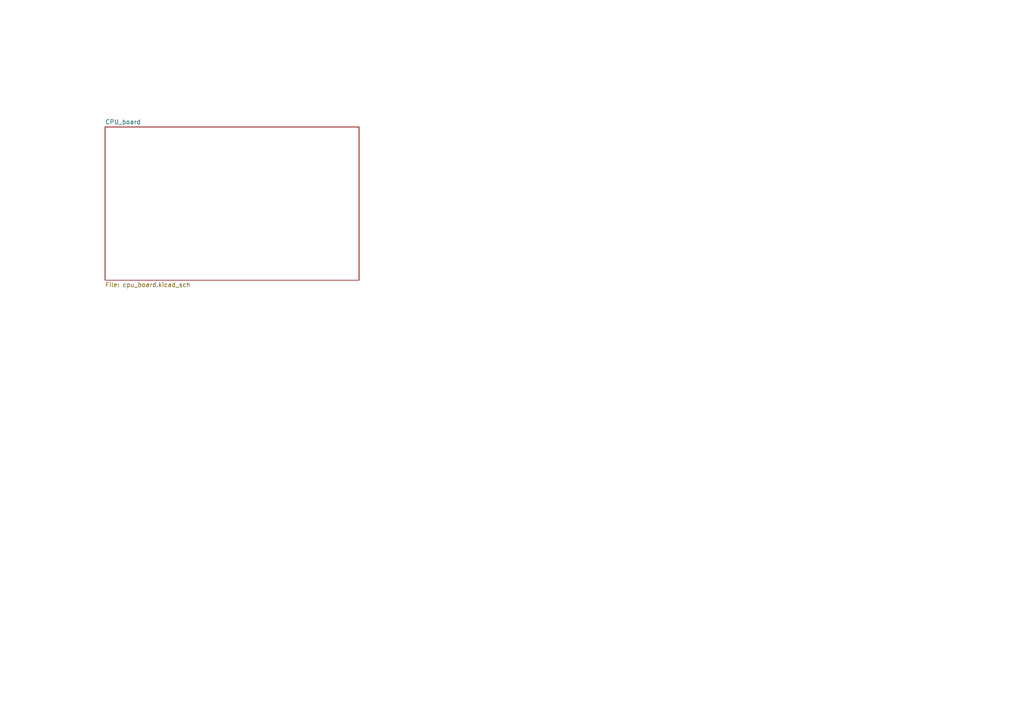
<source format=kicad_sch>
(kicad_sch
	(version 20231120)
	(generator "eeschema")
	(generator_version "8.0")
	(uuid "27fa70ec-70f1-4ec5-9aef-43afe5f03596")
	(paper "A4")
	(lib_symbols)
	(sheet
		(at 30.48 36.83)
		(size 73.66 44.45)
		(fields_autoplaced yes)
		(stroke
			(width 0.1524)
			(type solid)
		)
		(fill
			(color 0 0 0 0.0000)
		)
		(uuid "84677476-d952-4526-bbdb-640c00b36086")
		(property "Sheetname" "CPU_board"
			(at 30.48 36.1184 0)
			(effects
				(font
					(size 1.27 1.27)
				)
				(justify left bottom)
			)
		)
		(property "Sheetfile" "cpu_board.kicad_sch"
			(at 30.48 81.8646 0)
			(effects
				(font
					(size 1.27 1.27)
				)
				(justify left top)
			)
		)
		(instances
			(project "6502"
				(path "/27fa70ec-70f1-4ec5-9aef-43afe5f03596"
					(page "2")
				)
			)
		)
	)
	(sheet_instances
		(path "/"
			(page "1")
		)
	)
)

</source>
